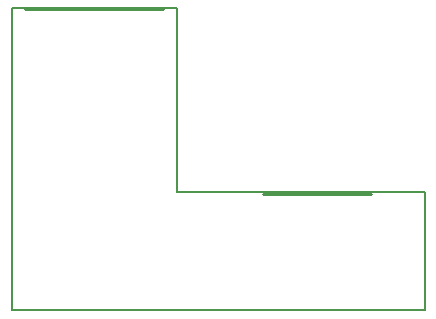
<source format=gbr>
%TF.GenerationSoftware,Altium Limited,Altium NEXUS,2.1.5 (53)*%
G04 Layer_Color=16711935*
%FSLAX44Y44*%
%MOMM*%
%TF.FileFunction,Other,Mechanical_1*%
%TF.Part,Single*%
G01*
G75*
%TA.AperFunction,NonConductor*%
%ADD20C,0.2000*%
%ADD21C,0.2540*%
D20*
X140208Y100076D02*
X350208D01*
Y76D02*
Y100076D01*
X208Y76D02*
X350208D01*
X208D02*
Y255778D01*
X140208D01*
Y100076D02*
Y255778D01*
X100658Y254740D02*
X100912Y254486D01*
X39758Y254740D02*
X100658D01*
D21*
X11500D02*
X128500D01*
X212850Y98806D02*
X304290D01*
%TF.MD5,ea3e7771e475468c5515b2ac1e29daad*%
M02*

</source>
